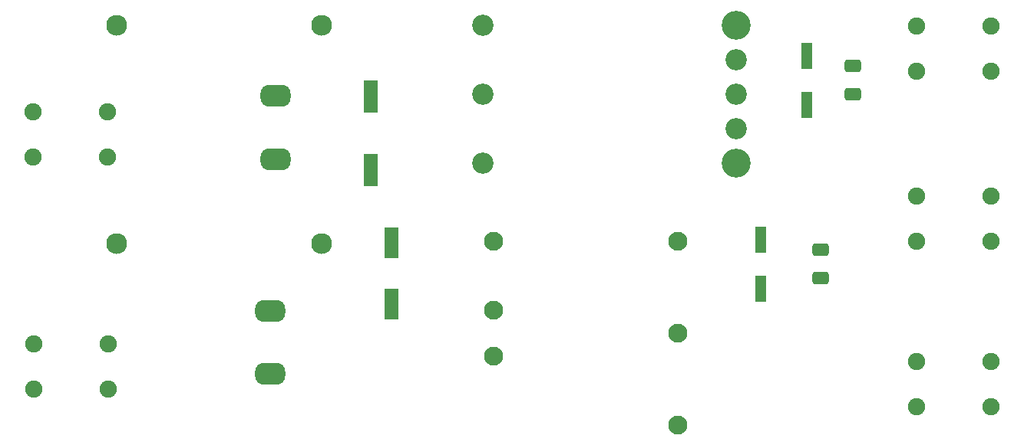
<source format=gbr>
%TF.GenerationSoftware,KiCad,Pcbnew,7.0.8*%
%TF.CreationDate,2024-04-29T16:46:22-06:00*%
%TF.ProjectId,GR-LRR-POWER-PCB-LOW-VOLTAGE,47522d4c-5252-42d5-904f-5745522d5043,rev?*%
%TF.SameCoordinates,Original*%
%TF.FileFunction,Soldermask,Top*%
%TF.FilePolarity,Negative*%
%FSLAX46Y46*%
G04 Gerber Fmt 4.6, Leading zero omitted, Abs format (unit mm)*
G04 Created by KiCad (PCBNEW 7.0.8) date 2024-04-29 16:46:22*
%MOMM*%
%LPD*%
G01*
G04 APERTURE LIST*
G04 Aperture macros list*
%AMRoundRect*
0 Rectangle with rounded corners*
0 $1 Rounding radius*
0 $2 $3 $4 $5 $6 $7 $8 $9 X,Y pos of 4 corners*
0 Add a 4 corners polygon primitive as box body*
4,1,4,$2,$3,$4,$5,$6,$7,$8,$9,$2,$3,0*
0 Add four circle primitives for the rounded corners*
1,1,$1+$1,$2,$3*
1,1,$1+$1,$4,$5*
1,1,$1+$1,$6,$7*
1,1,$1+$1,$8,$9*
0 Add four rect primitives between the rounded corners*
20,1,$1+$1,$2,$3,$4,$5,0*
20,1,$1+$1,$4,$5,$6,$7,0*
20,1,$1+$1,$6,$7,$8,$9,0*
20,1,$1+$1,$8,$9,$2,$3,0*%
G04 Aperture macros list end*
%ADD10R,1.193800X2.997200*%
%ADD11C,2.100000*%
%ADD12C,1.905000*%
%ADD13R,1.498600X3.606800*%
%ADD14RoundRect,0.250000X0.650000X-0.412500X0.650000X0.412500X-0.650000X0.412500X-0.650000X-0.412500X0*%
%ADD15C,2.300000*%
%ADD16RoundRect,0.952200X-0.709800X0.239800X-0.709800X-0.239800X0.709800X-0.239800X0.709800X0.239800X0*%
%ADD17C,2.355000*%
%ADD18C,3.195000*%
%ADD19RoundRect,0.250000X-0.650000X0.412500X-0.650000X-0.412500X0.650000X-0.412500X0.650000X0.412500X0*%
%ADD20R,1.498600X3.505200*%
G04 APERTURE END LIST*
D10*
%TO.C,C6*%
X198262000Y-141433100D03*
X198262000Y-136022900D03*
%TD*%
D11*
%TO.C,PS2*%
X168798000Y-148888000D03*
X168798000Y-143808000D03*
X189118000Y-156508000D03*
X189118000Y-146348000D03*
X189118000Y-136188000D03*
X168798000Y-136188000D03*
%TD*%
D12*
%TO.C,J5*%
X215462001Y-154476000D03*
X223662000Y-154476000D03*
X215462001Y-149476000D03*
X223662000Y-149476000D03*
%TD*%
%TO.C,J3*%
X215462001Y-117432000D03*
X223662000Y-117432000D03*
X215462001Y-112432000D03*
X223662000Y-112432000D03*
%TD*%
D13*
%TO.C,C4*%
X155285200Y-120198700D03*
X155285200Y-128301300D03*
%TD*%
D10*
%TO.C,C5*%
X203342000Y-115702900D03*
X203342000Y-121113100D03*
%TD*%
D14*
%TO.C,C2*%
X204866000Y-140252000D03*
X204866000Y-137127000D03*
%TD*%
D15*
%TO.C,U1*%
X127272000Y-112312000D03*
X149872000Y-112312000D03*
%TD*%
%TO.C,U2*%
X127272000Y-136442000D03*
X149872000Y-136442000D03*
%TD*%
D16*
%TO.C,D1*%
X144769600Y-127116100D03*
X144769600Y-120146100D03*
%TD*%
D12*
%TO.C,J4*%
X215462001Y-136188000D03*
X223662000Y-136188000D03*
X215462001Y-131188000D03*
X223662000Y-131188000D03*
%TD*%
D17*
%TO.C,PS1*%
X167641400Y-112312000D03*
X167641400Y-119932000D03*
X167641400Y-127552000D03*
D18*
X195581400Y-127552000D03*
D17*
X195581400Y-123742000D03*
X195581400Y-119932000D03*
X195581400Y-116122000D03*
D18*
X195581400Y-112312000D03*
%TD*%
D16*
%TO.C,D2*%
X144160000Y-150849000D03*
X144160000Y-143879000D03*
%TD*%
D19*
%TO.C,C1*%
X208422000Y-116845500D03*
X208422000Y-119970500D03*
%TD*%
D12*
%TO.C,J2*%
X126324999Y-147516400D03*
X118125000Y-147516400D03*
X126324999Y-152516400D03*
X118125000Y-152516400D03*
%TD*%
D20*
%TO.C,C3*%
X157596600Y-136353100D03*
X157596600Y-143160300D03*
%TD*%
D12*
%TO.C,J1*%
X126223200Y-121867899D03*
X118023201Y-121867899D03*
X126223200Y-126867899D03*
X118023201Y-126867899D03*
%TD*%
M02*

</source>
